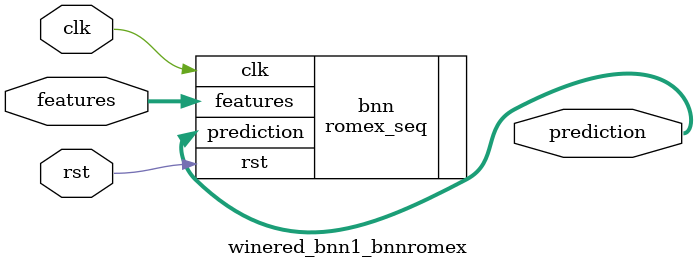
<source format=v>













module winered_bnn1_bnnromex #(

parameter FEAT_CNT = 11,
parameter HIDDEN_CNT = 40,
parameter FEAT_BITS = 4,
parameter CLASS_CNT = 6,
parameter TEST_CNT = 1000


  ) (
  input clk,
  input rst,
  input [FEAT_CNT*FEAT_BITS-1:0] features,
  output [$clog2(CLASS_CNT)-1:0] prediction
  );

  localparam Weights0 = 440'b11101100111111100100101100110010011011110110111111101101011011000101100010011000011100010100101010010000111110001110100110011010100011010100001101110011000000011110001100111000111000000010110101110111101111111000101110110001010110011111100000101010011100101001111011101110111001010100110111000110111111000101110111100001000000011011111010111001101100001010010111011100011001101010110110010000011110100000101000110010000011100000000110011000 ;
  localparam Weights1 = 240'b101011110101010111101111010101000101111001101110110011111110010011110100100011101000101011111101111001010101001011000101101011100011011000100010000100100000001111000110100000011011100000011101001111010010001011110000001101110000010000111001 ;

  romex_seq #(.FEAT_CNT(FEAT_CNT),.FEAT_BITS(FEAT_BITS),.HIDDEN_CNT(HIDDEN_CNT),.CLASS_CNT(CLASS_CNT),.Weights0(Weights0),.Weights1(Weights1)) bnn (
    .clk(clk),
    .rst(rst),
    .features(features),
    .prediction(prediction)
  );

endmodule

</source>
